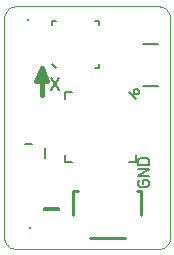
<source format=gto>
G75*
%MOIN*%
%OFA0B0*%
%FSLAX24Y24*%
%IPPOS*%
%LPD*%
%AMOC8*
5,1,8,0,0,1.08239X$1,22.5*
%
%ADD10C,0.0000*%
%ADD11C,0.0060*%
%ADD12C,0.0160*%
%ADD13C,0.0070*%
%ADD14R,0.0098X0.0098*%
%ADD15C,0.0080*%
%ADD16C,0.0050*%
%ADD17C,0.0100*%
D10*
X002723Y003381D02*
X007466Y003381D01*
X007466Y003380D02*
X007505Y003382D01*
X007543Y003388D01*
X007580Y003397D01*
X007617Y003410D01*
X007652Y003427D01*
X007685Y003446D01*
X007716Y003469D01*
X007745Y003495D01*
X007771Y003524D01*
X007794Y003555D01*
X007813Y003588D01*
X007830Y003623D01*
X007843Y003660D01*
X007852Y003697D01*
X007858Y003735D01*
X007860Y003774D01*
X007860Y011074D01*
X007858Y011113D01*
X007852Y011151D01*
X007843Y011188D01*
X007830Y011225D01*
X007813Y011260D01*
X007794Y011293D01*
X007771Y011324D01*
X007745Y011353D01*
X007716Y011379D01*
X007685Y011402D01*
X007652Y011421D01*
X007617Y011438D01*
X007580Y011451D01*
X007543Y011460D01*
X007505Y011466D01*
X007466Y011468D01*
X007466Y011467D02*
X002723Y011467D01*
X002723Y011468D02*
X002684Y011466D01*
X002646Y011460D01*
X002609Y011451D01*
X002572Y011438D01*
X002537Y011421D01*
X002504Y011402D01*
X002473Y011379D01*
X002444Y011353D01*
X002418Y011324D01*
X002395Y011293D01*
X002376Y011260D01*
X002359Y011225D01*
X002346Y011188D01*
X002337Y011151D01*
X002331Y011113D01*
X002329Y011074D01*
X002329Y003774D01*
X002331Y003735D01*
X002337Y003697D01*
X002346Y003660D01*
X002359Y003623D01*
X002376Y003588D01*
X002395Y003555D01*
X002418Y003524D01*
X002444Y003495D01*
X002473Y003469D01*
X002504Y003446D01*
X002537Y003427D01*
X002572Y003410D01*
X002609Y003397D01*
X002646Y003388D01*
X002684Y003382D01*
X002723Y003380D01*
D11*
X003642Y004662D02*
X004142Y004662D01*
X004142Y004756D01*
X003642Y004756D01*
X003642Y004662D01*
X006803Y005499D02*
X006859Y005442D01*
X007086Y005442D01*
X007143Y005499D01*
X007143Y005612D01*
X007086Y005669D01*
X006973Y005669D01*
X006973Y005555D01*
X006859Y005669D02*
X006803Y005612D01*
X006803Y005499D01*
X006803Y005810D02*
X007143Y006037D01*
X006803Y006037D01*
X006803Y006179D02*
X006803Y006349D01*
X006859Y006405D01*
X007086Y006405D01*
X007143Y006349D01*
X007143Y006179D01*
X006803Y006179D01*
X006803Y005810D02*
X007143Y005810D01*
D12*
X003767Y008974D02*
X003579Y009412D01*
X003392Y008974D01*
X003767Y008974D01*
X003579Y009412D02*
X003579Y008506D01*
D13*
X003887Y008684D02*
X004141Y009065D01*
X003887Y009065D02*
X004141Y008684D01*
D14*
X003128Y011006D03*
X003204Y004081D03*
D15*
X004367Y006262D02*
X004603Y006262D01*
X004367Y006262D02*
X004367Y006498D01*
X003702Y006399D02*
X003702Y006737D01*
X003247Y006887D02*
X003036Y006887D01*
X004367Y008388D02*
X004367Y008624D01*
X004603Y008624D01*
X004055Y009406D02*
X003917Y009544D01*
X003917Y010843D02*
X003917Y010981D01*
X004055Y010981D01*
X005354Y010981D02*
X005492Y010981D01*
X005492Y010843D01*
X005492Y009544D02*
X005492Y009406D01*
X005354Y009406D01*
X006493Y008624D02*
X006729Y008388D01*
X006948Y008797D02*
X007460Y008797D01*
X007460Y010214D02*
X006948Y010214D01*
X006729Y006498D02*
X006729Y006262D01*
X006493Y006262D01*
D16*
X006642Y008624D02*
X006644Y008642D01*
X006650Y008659D01*
X006659Y008675D01*
X006671Y008689D01*
X006685Y008699D01*
X006702Y008707D01*
X006720Y008711D01*
X006738Y008711D01*
X006756Y008707D01*
X006772Y008699D01*
X006787Y008689D01*
X006799Y008675D01*
X006808Y008659D01*
X006814Y008642D01*
X006816Y008624D01*
X006814Y008606D01*
X006808Y008589D01*
X006799Y008573D01*
X006787Y008559D01*
X006773Y008549D01*
X006756Y008541D01*
X006738Y008537D01*
X006720Y008537D01*
X006702Y008541D01*
X006686Y008549D01*
X006671Y008559D01*
X006659Y008573D01*
X006650Y008589D01*
X006644Y008606D01*
X006642Y008624D01*
D17*
X006751Y005311D02*
X006898Y005311D01*
X006898Y004515D01*
X006357Y003738D02*
X005176Y003738D01*
X004636Y004515D02*
X004636Y005311D01*
X004782Y005311D01*
M02*

</source>
